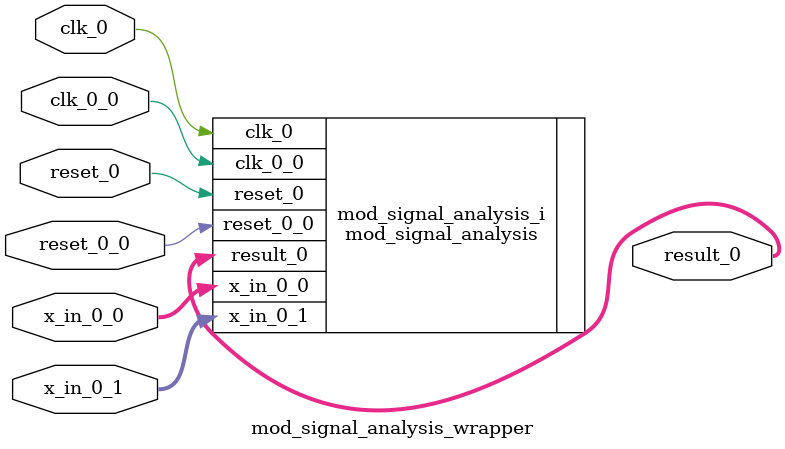
<source format=v>
`timescale 1 ps / 1 ps

module mod_signal_analysis_wrapper
   (clk_0,
    clk_0_0,
    reset_0,
    reset_0_0,
    result_0,
    x_in_0_0,
    x_in_0_1);
  input clk_0;
  input clk_0_0;
  input reset_0;
  input reset_0_0;
  output [31:0]result_0;
  input [31:0]x_in_0_0;
  input [31:0]x_in_0_1;

  wire clk_0;
  wire clk_0_0;
  wire reset_0;
  wire reset_0_0;
  wire [31:0]result_0;
  wire [31:0]x_in_0_0;
  wire [31:0]x_in_0_1;

  mod_signal_analysis mod_signal_analysis_i
       (.clk_0(clk_0),
        .clk_0_0(clk_0_0),
        .reset_0(reset_0),
        .reset_0_0(reset_0_0),
        .result_0(result_0),
        .x_in_0_0(x_in_0_0),
        .x_in_0_1(x_in_0_1));
endmodule

</source>
